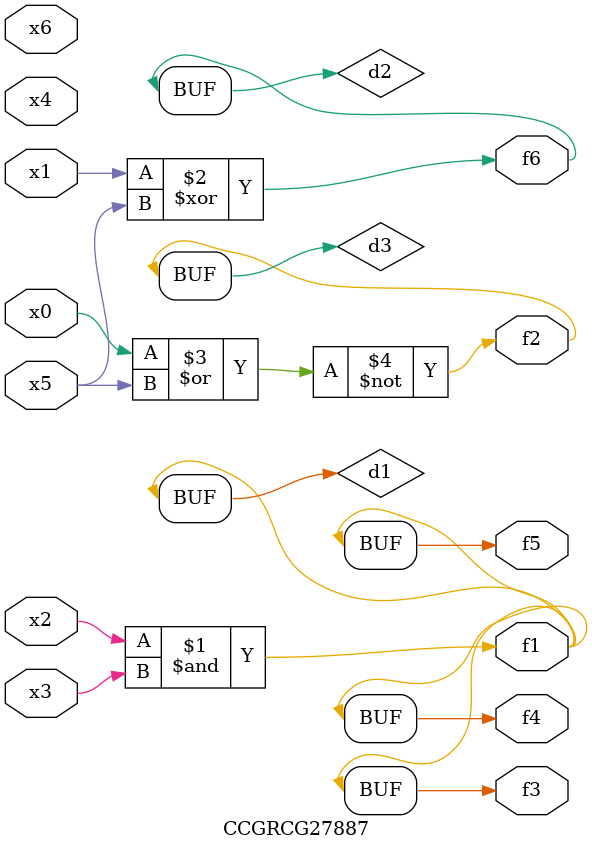
<source format=v>
module CCGRCG27887(
	input x0, x1, x2, x3, x4, x5, x6,
	output f1, f2, f3, f4, f5, f6
);

	wire d1, d2, d3;

	and (d1, x2, x3);
	xor (d2, x1, x5);
	nor (d3, x0, x5);
	assign f1 = d1;
	assign f2 = d3;
	assign f3 = d1;
	assign f4 = d1;
	assign f5 = d1;
	assign f6 = d2;
endmodule

</source>
